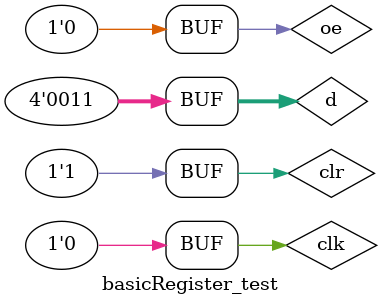
<source format=v>
`timescale 1ns / 1ps


module basicRegister_test;

	// Inputs
	reg oe;
	reg clr;
	reg clk;
	reg [3:0] d;

	// Outputs
	wire [3:0] q;

	// Instantiate the Unit Under Test (UUT)
	basicRegister uut (
		.oe(oe), 
		.clr(clr), 
		.clk(clk), 
		.d(d), 
		.q(q)
	);

	initial begin
		// Initialize Inputs
		oe = 1;
		clr = 1;
		clk = 0;
		d = 4'b0011;

		// Wait 100 ns for global reset to finish
		#100	clr=0;clk=1;
		#200	clk=0;
		#300	clr=1;
		#400	oe=0;
        
		// Add stimulus here

	end
      
endmodule


</source>
